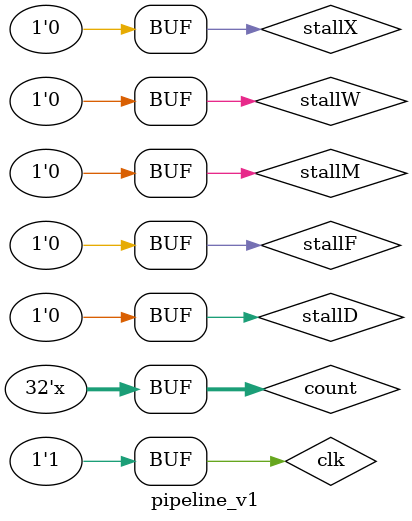
<source format=v>
`timescale 1ps / 1ps


module pipeline_v1();

// ---------------- Define zone ---------------//

parameter ADD = 4'd0;

reg clk;
reg [31:0] count;

wire [31:0] pc_in, pc_plus4_out, pcF, pcD, pcX, pcM, pcM_4, pcW;
wire [31:0] instF, instD, instX, instM, instW;
reg stallF, stallD, stallX, stallM, stallW;
wire [31:0] immF, immD, immX, immM, immW;

// F
wire [2:0] PCSel_F_out, imm_sel;
wire [31:0] PC_Imm_F;
// D
wire [4:0] rsAD, rsBD;
wire [31:0] rsAD_out, rsBD_out, Abypass_out, Bbypass_out, alumuxA_out, alumuxB_out, PC_Imm_D, pcD_4;
wire [1:0] Abypass_sel, Bbypass_sel;
wire alumuxA_sel, alumuxB_sel, br_eq_D, br_lt_D, br_un_D;
// X
wire [31:0] Bbypass_out_X, alumuxA_out_X, alumuxB_out_X, ALUout_X;
wire [3:0] ALUop_X;
// M
wire [31:0] ALUout_M, Bbypass_out_M, dmem_out_M, wb_out_M;
wire dmem_sel_M;
wire [1:0] WSel_M, wbmux_sel_M;
wire [2:0] RSel_M;

// W
wire [4:0] rdW;
wire [31:0] wb_outW;
wire RegWen_W;

// Pipeline signal
reg validF, validD, validX, validM, validW;
wire PCSel_F, PCSel_D, killD_req_next, killX_req_next;
wire stallF_req;

// ---------------- Define zone ---------------//


// F stage

mux8       PCmux(
    .in0(pc_plus4_out),  // 0: PC + 4
    .in1(PC_Imm_F),      // 1: PCF + ImmF
    .in2(ALUout_X),      // 2: JALR -> ALUout_X
    .in3(PC_Imm_D),      // 3: Branch PCD + ImmD
    .in4(pcD_4),         // 4: Branch PCD + 4
    .in5(),
    .in6(),
    .in7(),
    .sel(PCSel_F_out), 
    .out(pc_in)
    );

pipeline_reg        PCF   (.clk(clk), .in(pc_in), .out(pcF), .stall(stallF_req));  // Stage register


add_4     PC_4 (.in(pcF), .out(pc_plus4_out));
IMEM      IMEM (.PC(pcF), .inst(instF));
imm_gen   IMM_G( .ImmSel(imm_sel), .inst(instF), .imm(immF));
ALU       ALU_J(.in1(pcF), .in2(immF), .out(PC_Imm_F), .sel(ADD));

// D stage

pipeline_reg        PCD_reg   (.clk(clk), .in(pcF),   .out(pcD),   .stall(stallD));  // Stage register
pipeline_reg        instD_reg (.clk(clk), .in(instF), .out(instD), .stall(stallD));  // Stage register
pipeline_reg        immD_reg  (.clk(clk), .in(immF),  .out(immD),  .stall(stallD));  // Stage register
pipeline_reg        branch_reg(.clk(clk), .in(PC_Imm_F),  .out(PC_Imm_D),  .stall(stallD));

add_4     PCD_4 (.in(pcD), .out(pcD_4));


assign rsAD = instD[19:15];
assign rsBD = instD[24:20];

regs      REG_FILES (.addr_D(rdW), .data_D(wb_outW),  
                    .addr_A(rsAD), .data_A(rsAD_out),
                    .addr_B(rsBD), .data_B(rsBD_out),
                    .Wen(RegWen_W & validW), 
                    .clk(clk) );

                            /*
                                bypass option:
                                0: Not bypass
                                1: Forward X -> D ---- ALUout_X
                                2: Forward M -> D ---- wb_out_M
                                3: Forward W -> D ---- wb_outW
                            */

mux4      Abypass(
    .in0(rsAD_out),
    .in1(ALUout_X),
    .in2(wb_out_M),
    .in3(wb_outW),
    .sel(Abypass_sel),
    .out(Abypass_out)
);
mux4      Bbypass(
    .in0(rsBD_out),
    .in1(ALUout_X),
    .in2(wb_out_M),
    .in3(wb_outW),
    .sel(Bbypass_sel),
    .out(Bbypass_out)
);

                                /*
                                    ALU mux: same as single stage
                                */

mux       ALUmuxA(.in0(Abypass_out), .in1(pcD), .sel(alumuxA_sel), .out(alumuxA_out));
mux       ALUmuxB(.in0(Bbypass_out), .in1(immD), .sel(alumuxB_sel), .out(alumuxB_out));

branch_comp branch_comp(.inA(Abypass_out), .inB(Bbypass_out), 
                        .BrEq(br_eq_D), .BrLT(br_lt_D), .BrUn(br_un_D));

// X stage
pipeline_reg        PCX_reg   (.clk(clk), .in(pcD),   .out(pcX),   .stall(stallX));  // Stage register
pipeline_reg        instX_reg (.clk(clk), .in(instD), .out(instX), .stall(stallX));  // Stage register
pipeline_reg        immX_reg  (.clk(clk), .in(immD),  .out(immX),  .stall(stallX));  // Stage register
pipeline_reg        ALUAX_reg (.clk(clk), .in(alumuxA_out),  .out(alumuxA_out_X),  .stall(stallX));
pipeline_reg        ALUBX_reg (.clk(clk), .in(alumuxB_out),  .out(alumuxB_out_X),  .stall(stallX));
pipeline_reg        BoutX_reg (.clk(clk), .in(Bbypass_out),  .out(Bbypass_out_X),  .stall(stallX));

ALU       ALU(.in1(alumuxA_out_X), .in2(alumuxB_out_X), .out(ALUout_X), .sel(ALUop_X));


// M stage

pipeline_reg        PCM_reg   (.clk(clk), .in(pcX),   .out(pcM),   .stall(stallM));  // Stage register
pipeline_reg        instM_reg (.clk(clk), .in(instX), .out(instM), .stall(stallM));  // Stage register
pipeline_reg        immM_reg  (.clk(clk), .in(immX),  .out(immM),  .stall(stallM));  // Stage register
pipeline_reg        ALUM_reg  (.clk(clk), .in(ALUout_X),  .out(ALUout_M),  .stall(stallM));
pipeline_reg        BoutM_reg (.clk(clk), .in(Bbypass_out_X),  .out(Bbypass_out_M),  .stall(stallM));

add_4     PC_4_W (.in(pcM), .out(pcM_4));
dmem      DMEM(.addr(ALUout_M), .dataw(Bbypass_out_M), .datar(dmem_out_M), .clk(clk), .Wen(dmem_sel_M & validM), .RSel(RSel_M), .WSel(WSel_M));
mux4      Wbmux(.in0(dmem_out_M), .in1(ALUout_M), .in2(pcM_4), .in3(32'd0), .out(wb_out_M), .sel(wbmux_sel_M));

// W stage
pipeline_reg        PCW_reg   (.clk(clk), .in(pcM),   .out(pcW),   .stall(stallW));   // Stage register
pipeline_reg        instW_reg (.clk(clk), .in(instM), .out(instW), .stall(stallW));   // Stage register
pipeline_reg        immW_reg  (.clk(clk), .in(immM),  .out(immW),  .stall(stallW));   // Stage register
pipeline_reg        wb_W_reg  (.clk(clk), .in(wb_out_M),  .out(wb_outW),  .stall(stallW));

assign rdW = instW[11:7];

// -------------------------- Each stage control logic -------------------------------- // 


control   ControlF(
// F signal
    .PCSel(PCSel_F), // Branch predict
    .inst(instF),
    .ImmSel(imm_sel)
    );
control   ControlD(
// F signal
    .PCSel(PCSel_D),
    .inst(instD),
// D signal
    .BrEq(br_eq_D),
    .BrLT(br_lt_D),
    .BrUn(br_un_D),
    .BSel(alumuxB_sel),
    .ASel(alumuxA_sel)
    );
control   ControlX(
// F signal
    .inst(instX),
// X signal
    .ALUSel(ALUop_X)
    );
control   ControlM(
// F signal
    .inst(instM),
// M signal
    .MemRW(dmem_sel_M),
    .RSel(RSel_M),
    .WSel(WSel_M),
    .WBSel(wbmux_sel_M)
    );
control   ControlW(
// F signal
    .inst(instW),
// W signal
    .RegWen(RegWen_W)
    );
// -------------------------- Each stage control logic -------------------------------- // 



pipeline_branch pipeline_branch(
    .clk(clk),
    .instF(instF),
    .instD(instD),
    .instX(instX),
    .validF(validF),
    .validD(validD),
    .validX(validX),
    .killD_req_next(killD_req_next),
    .killX_req_next(killX_req_next),
    .PCSel_F(PCSel_F),
    .PCSel_D(PCSel_D),
    .PCSel_F_out(PCSel_F_out)
    );

forwading_pipeline forwading_pipeline(
    .instF(instF),
    .instD(instD),
    .instX(instX),
    .instM(instM),
    .instW(instW),
    .validF(validF),
    .validD(validD),
    .validX(validX),
    .validM(validM),
    .validW(validW),
    .Abypass_sel(Abypass_sel),
    .Bbypass_sel(Bbypass_sel),
    .stallF_req(stallF_req)
    );
always @(posedge clk)
begin
//    stallF <= stallF_req;
//    stallD <= 1'b0;
//    stallX <= 1'b0;
//    stallM <= 1'b0;
//    stallW <= 1'b0;
    
    validF <= 1'b1;
    if ((stallF_req == 1'b1) || (killD_req_next == 1'b1))
    begin
        validD <= 1'b0;
    end else begin
        validD <= validF;
    end
    if (killX_req_next == 1'b1) begin
        validX <= 1'b0;
    end else begin
        validX <= validD;
    end
    validM <= validX;
    validW <= validM;
end

always
begin
    clk = 0;
    #100;
    clk = 1;
    count = count + 1;
    #100;
end
initial begin
    count <= 0;
    stallF<= 0; 
    stallD<= 0;
    stallX<= 0;
    stallM<= 0;
    stallW<= 0;
    validF<= 1;
    validD<= 1;
    validX <=1;
    validM <=1;
    validW <=1;
end

endmodule

// control   ControlW(
// // F signal
//     .PCSel(),
//     .inst(instW),
//     .ImmSel(),
// // D signal
//     .BrEq(),
//     .BrLT(),
//     .BrUn(),
//     .BSel(),
//     .ASel(),
// // X signal
//     .ALUSel(),
// // M signal
//     .MemRW(),
//     .WBSel(),
//     .RSel(),
//     .WSel(),
// // W signal
//     .RegWen(RegWen_W)
//     );

</source>
